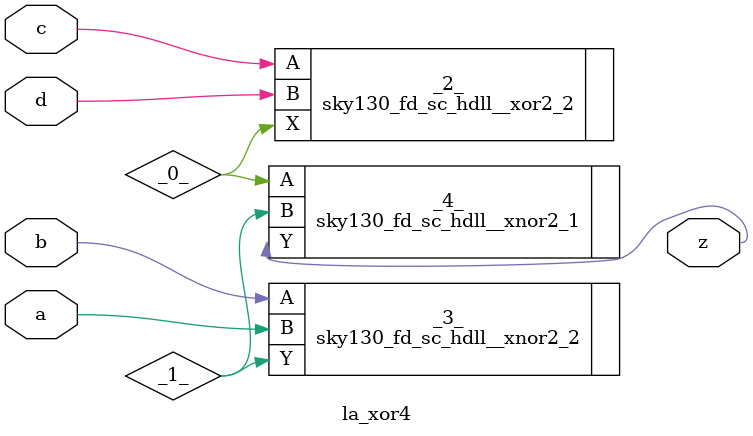
<source format=v>

/* Generated by Yosys 0.38+92 (git sha1 84116c9a3, x86_64-conda-linux-gnu-cc 11.2.0 -fvisibility-inlines-hidden -fmessage-length=0 -march=nocona -mtune=haswell -ftree-vectorize -fPIC -fstack-protector-strong -fno-plt -O2 -ffunction-sections -fdebug-prefix-map=/root/conda-eda/conda-eda/workdir/conda-env/conda-bld/yosys_1708682838165/work=/usr/local/src/conda/yosys-0.38_93_g84116c9a3 -fdebug-prefix-map=/user/projekt_pia/miniconda3/envs/sc=/usr/local/src/conda-prefix -fPIC -Os -fno-merge-constants) */

module la_xor4(a, b, c, d, z);
  wire _0_;
  wire _1_;
  input a;
  wire a;
  input b;
  wire b;
  input c;
  wire c;
  input d;
  wire d;
  output z;
  wire z;
  sky130_fd_sc_hdll__xor2_2 _2_ (
    .A(c),
    .B(d),
    .X(_0_)
  );
  sky130_fd_sc_hdll__xnor2_2 _3_ (
    .A(b),
    .B(a),
    .Y(_1_)
  );
  sky130_fd_sc_hdll__xnor2_1 _4_ (
    .A(_0_),
    .B(_1_),
    .Y(z)
  );
endmodule

</source>
